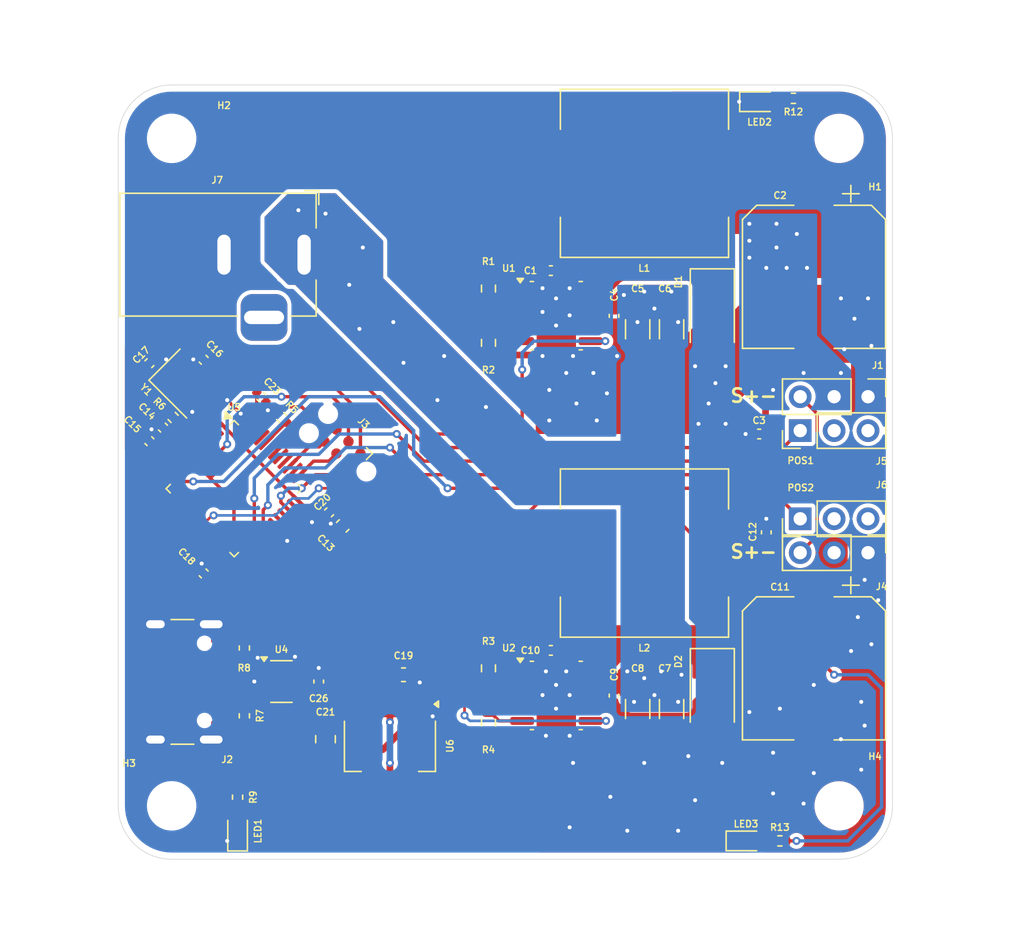
<source format=kicad_pcb>
(kicad_pcb (version 20240108) (generator "pcbnew") (generator_version "8.0")
  (layers (0 "F.Cu" signal) (31 "B.Cu" signal) (34 "B.Paste" user) (35 "F.Paste" user) (36 "B.SilkS" user "B.Silkscreen") (37 "F.SilkS" user "F.Silkscreen") (38 "B.Mask" user) (39 "F.Mask" user) (44 "Edge.Cuts" user))
  (net 0 "")
  (net 1 "GND")
  (net 2 "/PWR1")
  (net 3 "+12V")
  (net 4 "/PWR2")
  (net 5 "+3V3")
  (net 6 "/RST")
  (net 7 "/XTALI")
  (net 8 "/XTALR")
  (net 9 "VBUS")
  (net 10 "/VBLED")
  (net 11 "/Regulator2/LED")
  (net 12 "/PWM1")
  (net 13 "Net-(J2-CC2)")
  (net 15 "/USB_D+")
  (net 16 "Net-(J2-CC1)")
  (net 17 "/USB_D-")
  (net 19 "/SWO")
  (net 20 "/SWDIO")
  (net 21 "/SWCLK")
  (net 22 "/PWM2")
  (net 25 "/POS1")
  (net 27 "/POS2")
  (net 30 "/Regulator1/LED")
  (net 31 "/BOOT0")
  (net 32 "/XTALO")
  (net 33 "/EN1")
  (net 36 "/EN2")
  (net 65 "/Regulator1/BOOT")
  (net 66 "/Regulator1/PH")
  (net 67 "/Regulator2/BOOT")
  (net 68 "/Regulator2/PH")
  (net 69 "/Regulator1/VSNS")
  (net 70 "/Regulator2/VSNS")
  (footprint "MountingHole:MountingHole_3.2mm_M3" (layer "F.Cu") (at 60.101215 86.527449)
    (property "Reference" "H3")
    (property "Value" "MountingHole")
  )
  (footprint "Connector_PinHeader_2.54mm:PinHeader_1x03_P2.54mm_Vertical" (layer "F.Cu") (at 107.188 58.42 90)
    (property "Reference" "J5")
    (property "Value" "Conn_01x03_Pin")
  )
  (footprint "Capacitor_SMD:C_1206_3216Metric" (layer "F.Cu") (at 97.553215 50.827449 -90)
    (property "Reference" "C6")
    (property "Value" "10u")
  )
  (footprint "Capacitor_SMD:C_0402_1005Metric" (layer "F.Cu") (at 93.243664 49.821483 -90)
    (property "Reference" "C4")
    (property "Value" "10n")
  )
  (footprint "LED_SMD:LED_0603_1608Metric" (layer "F.Cu") (at 103.124 89.154)
    (property "Reference" "LED3")
    (property "Value" "LEDB")
  )
  (footprint "Capacitor_SMD:C_0603_1608Metric" (layer "F.Cu") (at 77.47 76.708)
    (property "Reference" "C19")
    (property "Value" "22u")
  )
  (footprint "Inductor_SMD:L_12x12mm_H4.5mm" (layer "F.Cu") (at 95.521215 67.591449)
    (property "Reference" "L2")
    (property "Value" "15u")
  )
  (footprint "Diode_SMD:D_SMA" (layer "F.Cu") (at 100.601215 78.259449 -90)
    (property "Reference" "D2")
    (property "Value" "SS54")
  )
  (footprint "Connector_PinHeader_2.54mm:PinHeader_1x03_P2.54mm_Vertical" (layer "F.Cu") (at 112.267999 55.88 -90)
    (property "Reference" "J1")
    (property "Value" "Conn_01x03_Pin")
  )
  (footprint "Capacitor_SMD:C_0402_1005Metric" (layer "F.Cu") (at 104.112 58.674 180)
    (property "Reference" "C3")
    (property "Value" "10n")
  )
  (footprint "Capacitor_SMD:C_0402_1005Metric" (layer "F.Cu") (at 62.501215 53.113449 -45)
    (property "Reference" "C16")
    (property "Value" "10p")
  )
  (footprint "Resistor_SMD:R_0402_1005Metric" (layer "F.Cu") (at 68.343214 57.43145 135)
    (property "Reference" "R5")
    (property "Value" "10k")
  )
  (footprint "Resistor_SMD:R_0603_1608Metric_Pad0.98x0.95mm_HandSolder" (layer "F.Cu") (at 83.837215 51.843449 -90)
    (property "Reference" "R2")
    (property "Value" "3k3")
  )
  (footprint "Resistor_SMD:R_0402_1005Metric" (layer "F.Cu") (at 105.664001 89.154 180)
    (property "Reference" "R13")
    (property "Value" "1k")
  )
  (footprint "Capacitor_SMD:C_0402_1005Metric" (layer "F.Cu") (at 62.501215 69.115449 135)
    (property "Reference" "C18")
    (property "Value" "100n")
  )
  (footprint "Capacitor_SMD:C_0402_1005Metric" (layer "F.Cu") (at 88.509016 46.434483 180)
    (property "Reference" "C1")
    (property "Value" "10n")
  )
  (footprint "Capacitor_SMD:C_0805_2012Metric" (layer "F.Cu") (at 71.628 81.534 -90)
    (property "Reference" "C21")
    (property "Value" "22u")
  )
  (footprint "Resistor_SMD:R_0402_1005Metric" (layer "F.Cu") (at 60.215214 57.43145 -45)
    (property "Reference" "R6")
    (property "Value" "330")
  )
  (footprint "LED_SMD:LED_0603_1608Metric" (layer "F.Cu") (at 65.041215 88.419449 90)
    (property "Reference" "LED1")
    (property "Value" "LEDG")
  )
  (footprint "Package_QFP:LQFP-48_7x7mm_P0.5mm" (layer "F.Cu") (at 64.787215 62.765449 -45)
    (property "Reference" "U5")
    (property "Value" "STM32F103C8Tx")
  )
  (footprint "Resistor_SMD:R_0603_1608Metric_Pad0.98x0.95mm_HandSolder" (layer "F.Cu") (at 83.837215 80.291449 -90)
    (property "Reference" "R4")
    (property "Value" "3k3")
  )
  (footprint "Capacitor_SMD:C_1206_3216Metric" (layer "F.Cu") (at 95.013215 79.275449 -90)
    (property "Reference" "C8")
    (property "Value" "10u")
  )
  (footprint "MountingHole:MountingHole_3.2mm_M3" (layer "F.Cu") (at 60.101215 36.527449)
    (property "Reference" "H2")
    (property "Value" "MountingHole")
  )
  (footprint "Capacitor_SMD:C_1206_3216Metric" (layer "F.Cu") (at 97.553215 79.275449 -90)
    (property "Reference" "C7")
    (property "Value" "10u")
  )
  (footprint "Resistor_SMD:R_0603_1608Metric_Pad0.98x0.95mm_HandSolder" (layer "F.Cu") (at 83.837215 47.779449 -90)
    (property "Reference" "R1")
    (property "Value" "10k")
  )
  (footprint "Capacitor_SMD:C_0402_1005Metric" (layer "F.Cu") (at 59.453215 58.193449 135)
    (property "Reference" "C14")
    (property "Value" "100n")
  )
  (footprint "Diode_SMD:D_SMA" (layer "F.Cu") (at 100.601215 49.811449 -90)
    (property "Reference" "D1")
    (property "Value" "SS54")
  )
  (footprint "Resistor_SMD:R_0402_1005Metric" (layer "F.Cu") (at 65.041215 85.879449 -90)
    (property "Reference" "R9")
    (property "Value" "1k")
  )
  (footprint "Resistor_SMD:R_0402_1005Metric" (layer "F.Cu") (at 106.68 33.528 180)
    (property "Reference" "R12")
    (property "Value" "1k")
  )
  (footprint "Package_TO_SOT_SMD:SOT-23-6" (layer "F.Cu") (at 68.326 77.216)
    (property "Reference" "U4")
    (property "Value" "SRV05-4")
  )
  (footprint "Capacitor_SMD:CP_Elec_10x10.5" (layer "F.Cu") (at 108.221215 46.899449 -90)
    (property "Reference" "C2")
    (property "Value" "330u")
  )
  (footprint "Package_SO:Texas_R-PDSO-G8_EP2.95x4.9mm_Mask2.4x3.1mm" (layer "F.Cu") (at 88.917215 49.811449)
    (property "Reference" "U1")
    (property "Value" "TPS5450DDAR")
  )
  (footprint "Capacitor_SMD:C_0402_1005Metric" (layer "F.Cu") (at 58.437215 59.209449 135)
    (property "Reference" "C15")
    (property "Value" "100n")
  )
  (footprint "Capacitor_SMD:C_0402_1005Metric" (layer "F.Cu") (at 93.243664 78.269483 -90)
    (property "Reference" "C9")
    (property "Value" "10n")
  )
  (footprint "Connector_BarrelJack:BarrelJack_Horizontal" (layer "F.Cu") (at 70.025215 45.239449)
    (property "Reference" "J7")
    (property "Value" "Barrel_Jack_Switch")
  )
  (footprint "Capacitor_SMD:CP_Elec_10x10.5" (layer "F.Cu") (at 108.221215 76.227449 -90)
    (property "Reference" "C11")
    (property "Value" "330u")
  )
  (footprint "LED_SMD:LED_0603_1608Metric" (layer "F.Cu") (at 104.14 33.782)
    (property "Reference" "LED2")
    (property "Value" "LEDB")
  )
  (footprint "Resistor_SMD:R_0402_1005Metric" (layer "F.Cu") (at 65.549215 79.783449 -90)
    (property "Reference" "R7")
    (property "Value" "5k1")
  )
  (footprint "Capacitor_SMD:C_0402_1005Metric" (layer "F.Cu") (at 66.819216 55.90745 -45)
    (property "Reference" "C23")
    (property "Value" "100n")
  )
  (footprint "Capacitor_SMD:C_0603_1608Metric" (layer "F.Cu") (at 72.915215 65.559449 -135)
    (property "Reference" "C13")
    (property "Value" "10u")
  )
  (footprint "Capacitor_SMD:C_1206_3216Metric" (layer "F.Cu") (at 95.013215 50.827449 -90)
    (property "Reference" "C5")
    (property "Value" "10u")
  )
  (footprint "Connector_USB:USB_C_Receptacle_GCT_USB4105-xx-A_16P_TopMnt_Horizontal" (layer "F.Cu") (at 59.961215 77.243449 -90)
    (property "Reference" "J2")
    (property "Value" "USB_C_Receptacle_USB2.0_16P")
  )
  (footprint "Connector_PinHeader_2.54mm:PinHeader_1x03_P2.54mm_Vertical" (layer "F.Cu") (at 112.267999 67.564 -90)
    (property "Reference" "J4")
    (property "Value" "Conn_01x03_Pin")
  )
  (footprint "Package_TO_SOT_SMD:SOT-223-3_TabPin2" (layer "F.Cu") (at 76.454 82.042 -90)
    (property "Reference" "U6")
    (property "Value" "AMS1117-3.3")
  )
  (footprint "MountingHole:MountingHole_3.2mm_M3" (layer "F.Cu") (at 110.101215 86.527449)
    (property "Reference" "H4")
    (property "Value" "MountingHole")
  )
  (footprint "Capacitor_SMD:C_0402_1005Metric" (layer "F.Cu") (at 71.899215 64.543448 -135)
    (property "Reference" "C20")
    (property "Value" "100n")
  )
  (footprint "Capacitor_SMD:C_0402_1005Metric" (layer "F.Cu") (at 88.509016 74.882483 180)
    (property "Reference" "C10")
    (property "Value" "10n")
  )
  (footprint "Crystal:Crystal_SMD_3225-4Pin_3.2x2.5mm" (layer "F.Cu") (at 60.977214 54.891449 -45)
    (property "Reference" "Y1")
    (property "Value" "16MHz")
  )
  (footprint "Capacitor_SMD:C_0402_1005Metric" (layer "F.Cu") (at 104.648 66.04 90)
    (property "Reference" "C12")
    (property "Value" "10n")
  )
  (footprint "Package_SO:Texas_R-PDSO-G8_EP2.95x4.9mm_Mask2.4x3.1mm" (layer "F.Cu") (at 88.917215 78.259449)
    (property "Reference" "U2")
    (property "Value" "TPS5450DDAR")
  )
  (footprint "MountingHole:MountingHole_3.2mm_M3" (layer "F.Cu") (at 110.101215 36.527449)
    (property "Reference" "H1")
    (property "Value" "MountingHole")
  )
  (footprint "Capacitor_SMD:C_0402_1005Metric" (layer "F.Cu") (at 71.12 77.216 90)
    (property "Reference" "C26")
    (property "Value" "1u")
  )
  (footprint "Connector_PinHeader_2.54mm:PinHeader_1x03_P2.54mm_Vertical" (layer "F.Cu") (at 107.188 65.024 90)
    (property "Reference" "J6")
    (property "Value" "Conn_01x03_Pin")
  )
  (footprint "Connector:Tag-Connect_TC2030-IDC-NL_2x03_P1.27mm_Vertical" (layer "F.Cu") (at 72.898 59.69 135)
    (property "Reference" "J3")
    (property "Value" "Conn_ARM_SWD_TagConnect_TC2030-NL")
  )
  (footprint "Resistor_SMD:R_0603_1608Metric_Pad0.98x0.95mm_HandSolder" (layer "F.Cu") (at 83.837215 76.227449 -90)
    (property "Reference" "R3")
    (property "Value" "10k")
  )
  (footprint "Capacitor_SMD:C_0402_1005Metric" (layer "F.Cu") (at 58.437214 53.36745 -135)
    (property "Reference" "C17")
    (property "Value" "10p")
  )
  (footprint "Resistor_SMD:R_0402_1005Metric" (layer "F.Cu") (at 65.549215 74.703449 90)
    (property "Reference" "R8")
    (property "Value" "5k1")
  )
  (footprint "Inductor_SMD:L_12x12mm_H4.5mm" (layer "F.Cu") (at 95.521215 39.143449)
    (property "Reference" "L1")
    (property "Value" "15u")
  )
  (gr_arc (start 56.101215 36.527449) (mid 57.272788 33.699022) (end 60.101215 32.527449) (stroke (width 0.05)) (layer "Edge.Cuts"))
  (gr_line (start 110.101215 90.527449) (end 60.101215 90.527449) (stroke (width 0.05)) (layer "Edge.Cuts"))
  (gr_line (start 114.101215 36.527449) (end 114.101215 86.527449) (stroke (width 0.05)) (layer "Edge.Cuts"))
  (gr_arc (start 110.101215 32.527449) (mid 112.929642 33.699022) (end 114.101215 36.527449) (stroke (width 0.05)) (layer "Edge.Cuts"))
  (gr_arc (start 114.101215 86.527449) (mid 112.929642 89.355876) (end 110.101215 90.527449) (stroke (width 0.05)) (layer "Edge.Cuts"))
  (gr_line (start 60.101215 32.527449) (end 110.101215 32.527449) (stroke (width 0.05)) (layer "Edge.Cuts"))
  (gr_line (start 56.101215 86.527449) (end 56.101215 36.527449) (stroke (width 0.05)) (layer "Edge.Cuts"))
  (gr_arc (start 60.101215 90.527449) (mid 57.272788 89.355876) (end 56.101215 86.527449) (stroke (width 0.05)) (layer "Edge.Cuts"))
  (gr_text "S+-" (at 101.854 56.388 0) (layer "F.SilkS") (effects (font (size 1 1) (thickness 0.2) (bold yes)) (justify left bottom)))
  (gr_text "POS1" (at 106.172 60.96 0) (layer "F.SilkS") (effects (font (size 0.5 0.5) (thickness 0.1)) (justify left bottom)))
  (gr_text "S+-" (at 101.854 68.072 0) (layer "F.SilkS") (effects (font (size 1 1) (thickness 0.2) (bold yes)) (justify left bottom)))
  (gr_text "POS2" (at 106.172 62.992 0) (layer "F.SilkS") (effects (font (size 0.5 0.5) (thickness 0.1)) (justify left bottom)))
  (segment (start 69.85 56.642) (end 68.411416 56.642) (width 0.254) (layer "F.Cu") (net 1))
  (segment (start 62.161804 68.776038) (end 62.161804 68.57284) (width 0.254) (layer "F.Cu") (net 1))
  (segment (start 81.065949 81.203949) (end 79.683924 79.821924) (width 0.5) (layer "F.Cu") (net 1))
  (segment (start 68.411416 56.642) (end 67.98259 57.070826) (width 0.254) (layer "F.Cu") (net 1))
  (segment (start 61.722 53.213842) (end 61.722 53.086) (width 0.254) (layer "F.Cu") (net 1))
  (segment (start 70.612 65.278) (end 71.164663 65.278) (width 0.254) (layer "F.Cu") (net 1))
  (segment (start 72.064244 65.387299) (end 72.020807 65.387299) (width 0.254) (layer "F.Cu") (net 1))
  (segment (start 70.481746 65.278) (end 69.321537 64.117791) (width 0.254) (layer "F.Cu") (net 1))
  (segment (start 67.158627 57.212057) (end 66.139557 58.231127) (width 0.254) (layer "F.Cu") (net 1))
  (segment (start 61.722 53.086) (end 61.849842 53.086) (width 0.254) (layer "F.Cu") (net 1))
  (segment (start 103.632 58.674) (end 103.096 58.674) (width 0.254) (layer "F.Cu") (net 1))
  (segment (start 60.800437 53.512591) (end 60.315885 53.028039) (width 0.254) (layer "F.Cu") (net 1))
  (segment (start 83.837215 81.203949) (end 81.065949 81.203949) (width 0.5) (layer "F.Cu") (net 1))
  (segment (start 70.612 65.408254) (end 70.612 65.278) (width 0.254) (layer "F.Cu") (net 1))
  (segment (start 67.158627 56.744627) (end 67.31 56.896) (width 0.254) (layer "F.Cu") (net 1))
  (segment (start 68.758897 66.726897) (end 69.088 67.056) (width 0.254) (layer "F.Cu") (net 1))
  (segment (start 69.2631 75.3591) (end 69.088 75.184) (width 0.254) (layer "F.Cu") (net 1))
  (segment (start 66.294 77.216) (end 67.1885 77.216) (width 0.254) (layer "F.Cu") (net 1))
  (segment (start 72.367207 66.107457) (end 72.367207 65.690262) (width 0.254) (layer "F.Cu") (net 1))
  (segment (start 65.399214 74.043449) (end 65.549215 74.19345) (width 0.5) (layer "F.Cu") (net 1))
  (segment (start 69.088 67.818) (end 67.564 69.342) (width 0.254) (layer "F.Cu") (net 1))
  (segment (start 70.612 65.408254) (end 70.612 65.408254) (width 0.254) (layer "F.Cu") (net 1))
  (segment (start 78.754 77.217) (end 78.245 76.708) (width 0.5) (layer "F.Cu") (net 1))
  (segment (start 61.153991 56.523284) (end 61.645744 57.015037) (width 0.254) (layer "F.Cu") (net 1))
  (segment (start 65.399214 80.443449) (end 65.549215 80.293448) (width 0.5) (layer "F.Cu") (net 1))
  (segment (start 83.837215 52.755949) (end 87.807949 52.755949) (width 0.5) (layer "F.Cu") (net 1))
  (segment (start 62.35067 68.377053) (end 62.357591 68.377053) (width 0.254) (layer "F.Cu") (net 1))
  (segment (start 67.564 75.184) (end 67.31 75.438) (width 0.254) (layer "F.Cu") (net 1))
  (segment (start 78.754 77.351206) (end 78.687723 77.284929) (width 0.5) (layer "F.Cu") (net 1))
  (segment (start 59.69 59.436) (end 60.397106 59.436) (width 0.254) (layer "F.Cu") (net 1))
  (segment (start 78.687723 77.284929) (end 78.754 77.218652) (width 0.5) (layer "F.Cu") (net 1))
  (segment (start 63.641215 80.443449) (end 65.399214 80.443449) (width 0.5) (layer "F.Cu") (net 1))
  (segment (start 88.138 81.28) (end 88.214051 81.203949) (width 0.5) (layer "F.Cu") (net 1))
  (segment (start 67.31 56.896) (end 67.158627 57.047373) (width 0.254) (layer "F.Cu") (net 1))
  (segment (start 61.153991 56.270307) (end 60.96 56.076316) (width 0.254) (layer "F.Cu") (net 1))
  (segment (start 104.648 65.56) (end 104.648 65.024) (width 0.254) (layer "F.Cu") (net 1))
  (segment (start 60.397106 59.436) (end 61.313553 60.352447) (width 0.254) (layer "F.Cu") (net 1))
  (segment (start 61.423251 53.512591) (end 61.722 53.213842) (width 0.254) (layer "F.Cu") (net 1))
  (segment (start 67.564 69.85) (end 67.564 75.184) (width 0.254) (layer "F.Cu") (net 1))
  (segment (start 72.020807 65.343862) (end 71.559804 64.882859) (width 0.254) (layer "F.Cu") (net 1))
  (segment (start 61.849842 53.086) (end 62.161804 52.774038) (width 0.254) (layer "F.Cu") (net 1))
  (segment (start 70.612 68.58) (end 70.612 65.408254) (width 0.254) (layer "F.Cu") (net 1))
  (segment (start 71.12 76.736) (end 71.12 76.2) (width 0.254) (layer "F.Cu") (net 1))
  (segment (start 71.550962 58.342962) (end 69.85 56.642) (width 0.254) (layer "F.Cu") (net 1))
  (segment (start 71.164663 65.278) (end 71.559804 64.882859) (width 0.254) (layer "F.Cu") (net 1))
  (segment (start 78.754 78.892) (end 78.754 77.351206) (width 0.5) (layer "F.Cu") (net 1))
  (segment (start 65.041215 89.20695) (end 64.31495 89.20695) (width 0.254) (layer "F.Cu") (net 1))
  (segment (start 61.153991 56.270307) (end 61.153991 56.523284) (width 0.254) (layer "F.Cu") (net 1))
  (segment (start 60.315885 53.028039) (end 59.747961 53.028039) (width 0.254) (layer "F.Cu") (net 1))
  (segment (start 58.610921 58.356921) (end 58.097804 58.870038) (width 0.254) (layer "F.Cu") (net 1))
  (segment (start 79.653506 79.791506) (end 78.754 78.892) (width 0.5) (layer "F.Cu") (net 1))
  (segment (start 63.641215 74.043449) (end 63.641215 73.498449) (width 0.5) (layer "F.Cu") (net 1))
  (segment (start 62.35067 68.383974) (end 62.35067 68.377053) (width 0.254) (layer "F.Cu") (net 1))
  (segment (start 72.367207 65.690262) (end 72.064244 65.387299) (width 0.254) (layer "F.Cu") (net 1))
  (segment (start 103.352499 33.782) (end 102.616 33.782) (width 0.254) (layer "F.Cu") (net 1))
  (segment (start 69.088 70.104) (end 70.612 68.58) (width 0.254) (layer "F.Cu") (net 1))
  (segment (start 58.610921 58.356921) (end 59.69 59.436) (width 0.254) (layer "F.Cu") (net 1))
  (segment (start 60.800437 53.512591) (end 61.423251 53.512591) (width 0.254) (layer "F.Cu") (net 1))
  (segment (start 67.158627 56.246861) (end 67.158627 56.744627) (width 0.254) (layer "F.Cu") (net 1))
  (segment (start 72.448987 58.342962) (end 71.550962 58.342962) (width 0.254) (layer "F.Cu") (net 1))
  (segment (start 88.214051 81.203949) (end 88.569949 81.203949) (width 0.5) (layer "F.Cu") (net 1))
  (segment (start 68.758897 66.678123) (end 68.758897 66.726897) (width 0.254) (layer "F.Cu") (net 1))
  (segment (start 63.641215 74.043449) (end 65.399214 74.043449) (width 0.5) (layer "F.Cu") (net 1))
  (segment (start 78.754 79.488) (end 78.754 78.892) (width 0.5) (layer "F.Cu") (net 1))
  (segment (start 64.262 56.134) (end 65.278 57.15) (width 0.254) (layer "F.Cu") (net 1))
  (segment (start 72.020807 65.387299) (end 72.020807 65.343862) (width 0.254) (layer "F.Cu") (net 1))
  (segment (start 75.933 82.309) (end 78.754 79.488) (width 0.5) (layer "F.Cu") (net 1))
  (segment (start 79.683924 79.821924) (end 79.653506 79.821924) (width 0.5) (layer "F.Cu") (net 1))
  (segment (start 59.113804 57.854038) (end 58.610921 58.356921) (width 0.254) (layer "F.Cu") (net 1))
  (segment (start 60.96 56.076316) (end 60.96 53.672154) (width 0.254) (layer "F.Cu") (net 1))
  (segment (start 63.641215 80.988449) (end 63.066215 81.563449) (width 0.5) (layer "F.Cu") (net 1))
  (segment (start 59.632039 53.028039) (end 58.776625 53.028039) (width 0.254) (layer "F.Cu") (net 1))
  (segment (start 67.31 75.438) (end 66.548 75.438) (width 0.254) (layer "F.Cu") (net 1))
  (segment (start 62.357591 68.377053) (end 63.434873 67.299771) (width 0.254) (layer "F.Cu") (net 1))
  (segment (start 64.31495 89.20695) (end 64.262 89.154) (width 0.254) (layer "F.Cu") (net 1))
  (segment (start 71.882 82.309) (end 75.933 82.309) (width 0.5) (layer "F.Cu") (net 1))
  (segment (start 59.69 53.086) (end 59.632039 53.028039) (width 0.254) (layer "F.Cu") (net 1))
  (segment (start 67.564 69.342) (end 67.564 69.85) (width 0.254) (layer "F.Cu") (net 1))
  (segment (start 67.158627 57.047373) (end 67.158627 57.212057) (width 0.254) (layer "F.Cu") (net 1))
  (segment (start 60.96 53.672154) (end 60.800437 53.512591) (width 0.254) (layer "F.Cu") (net 1))
  (segment (start 69.088 67.056) (end 69.088 67.818) (width 0.254) (layer "F.Cu") (net 1))
  (segment (start 59.747961 53.028039) (end 59.69 53.086) (width 0.254) (layer "F.Cu") (net 1))
  (segment (start 70.612 65.278) (end 70.481746 65.278) (width 0.254) (layer "F.Cu") (net 1))
  (segment (start 88.061949 81.203949) (end 88.138 81.28) (width 0.5) (layer "F.Cu") (net 1))
  (segment (start 67.484826 57.070826) (end 67.31 56.896) (width 0.254) (layer "F.Cu") (net 1))
  (segment (start 88.569949 81.203949) (end 88.646 81.28) (width 0.5) (layer "F.Cu") (net 1))
  (segment (start 87.807949 52.755949) (end 87.884 52.832) (width 0.5) (layer "F.Cu") (net 1))
  (segment (start 62.161804 68.57284) (end 62.35067 68.383974) (width 0.254) (layer "F.Cu") (net 1))
  (segment (start 83.837215 81.203949) (end 88.061949 81.203949) (width 0.5) (layer "F.Cu") (net 1))
  (segment (start 78.754 77.218652) (end 78.754 77.217) (width 0.5) (layer "F.Cu") (net 1))
  (segment (start 67.98259 57.070826) (end 67.484826 57.070826) (width 0.254) (layer "F.Cu") (net 1))
  (segment (start 63.641215 80.443449) (end 63.641215 80.988449) (width 0.5) (layer "F.Cu") (net 1))
  (segment (start 69.088 75.184) (end 69.088 70.104) (width 0.254) (layer "F.Cu") (net 1))
  (segment (start 63.641215 73.498449) (end 63.066215 72.923449) (width 0.5) (layer "F.Cu") (net 1))
  (segment (start 69.342 75.3591) (end 69.2631 75.3591) (width 0.254) (layer "F.Cu") (net 1))
  (segment (start 79.653506 79.821924) (end 79.653506 79.791506) (width 0.5) (layer "F.Cu") (net 1))
  (via (at 90.17 83.312) (size 0.6) (drill 0.3) (layers "F.Cu" "B.Cu") (net 1))
  (via (at 101.346 83.312) (size 0.6) (drill 0.3) (layers "F.Cu" "B.Cu") (net 1))
  (via (at 87.884 49.53) (size 0.6) (drill 0.3) (layers "F.Cu" "B.Cu") (net 1))
  (via (at 88.9 77.47) (size 0.6) (drill 0.3) (layers "F.Cu" "B.Cu") (net 1))
  (via (at 58.59378 58.323021) (size 0.6) (drill 0.3) (layers "F.Cu" "B.Cu") (net 1))
  (via (at 64.262 89.154) (size 0.6) (drill 0.3) (layers "F.Cu" "B.Cu") (net 1))
  (via (at 100.838 54.864) (size 0.6) (drill 0.3) (layers "F.Cu" "B.Cu") (net 1))
  (via (at 90.424 56.388) (size 0.6) (drill 0.3) (layers "F.Cu" "B.Cu") (net 1))
  (via (at 105.156 85.598) (size 0.6) (drill 0.3) (layers "F.Cu" "B.Cu") (net 1))
  (via (at 111.506 72.39) (size 0.6) (drill 0.3) (layers "F.Cu" "B.Cu") (net 1))
  (via (at 103.378 79.502) (size 0.6) (drill 0.3) (layers "F.Cu" "B.Cu") (net 1))
  (via (at 103.096 58.674) (size 0.6) (drill 0.3) (layers "F.Cu" "B.Cu") (net 1))
  (via (at 91.948 57.658) (size 0.6) (drill 0.3) (layers "F.Cu" "B.Cu") (net 1))
  (via (at 111.76 83.82) (size 0.6) (drill 0.3) (layers "F.Cu" "B.Cu") (net 1))
  (via (at 102.616 33.782) (size 0.6) (drill 0.3) (layers "F.Cu" "B.Cu") (net 1))
  (via (at 112.522 52.07) (size 0.6) (drill 0.3) (layers "F.Cu" "B.Cu") (net 1))
  (via (at 69.342 75.3591) (size 0.6) (drill 0.3) (layers "F.Cu" "B.Cu") (net 1))
  (via (at 68.758897 66.678123) (size 0.6) (drill 0.3) (layers "F.Cu" "B.Cu") (net 1))
  (via (at 89.916 49.784) (size 0.6) (drill 0.3) (layers "F.Cu" "B.Cu") (net 1))
  (via (at 110.236 81.534) (size 0.6) (drill 0.3) (layers "F.Cu" "B.Cu") (net 1))
  (via (at 108.204 84.074) (size 0.6) (drill 0.3) (layers "F.Cu" "B.Cu") (net 1))
  (via (at 88.392 55.372) (size 0.6) (drill 0.3) (layers "F.Cu" "B.Cu") (net 1))
  (via (at 105.156 82.55) (size 0.6) (drill 0.3) (layers "F.Cu" "B.Cu") (net 1))
  (via (at 89.916 47.752) (size 0.6) (drill 0.3) (layers "F.Cu" "B.Cu") (net 1))
  (via (at 61.645744 57.015037) (size 0.6) (drill 0.3) (layers "F.Cu" "B.Cu") (net 1))
  (via (at 111.76 78.74) (size 0.6) (drill 0.3) (layers "F.Cu" "B.Cu") (net 1))
  (via (at 89.916 78.232) (size 0.6) (drill 0.3) (layers "F.Cu" "B.Cu") (net 1))
  (via (at 88.138 81.28) (size 0.6) (drill 0.3) (layers "F.Cu" "B.Cu") (net 1))
  (via (at 65.278 57.15) (size 0.6) (drill 0.3) (layers "F.Cu" "B.Cu") (net 1))
  (via (at 87.884 52.832) (size 0.6) (drill 0.3) (layers "F.Cu" "B.Cu") (net 1))
  (via (at 79.653506 79.821924) (size 0.6) (drill 0.3) (layers "F.Cu" "B.Cu") (net 1))
  (via (at 100.33 56.388) (size 0.6) (drill 0.3) (layers "F.Cu" "B.Cu") (net 1))
  (via (at 64.262 56.134) (size 0.6) (drill 0.3) (layers "F.Cu" "B.Cu") (net 1))
  (via (at 113.03 71.12) (size 0.6) (drill 0.3) (layers "F.Cu" "B.Cu") (net 1))
  (via (at 99.314 53.594) (size 0.6) (drill 0.3) (layers "F.Cu" "B.Cu") (net 1))
  (via (at 70.612 65.278) (size 0.6) (drill 0.3) (layers "F.Cu" "B.Cu") (net 1))
  (via (at 89.662 76.454) (size 0.6) (drill 0.3) (layers "F.Cu" "B.Cu") (net 1))
  (via (at 112.014 80.518) (size 0.6) (drill 0.3) (layers "F.Cu" "B.Cu") (net 1))
  (via (at 110.998 74.93) (size 0.6) (drill 0.3) (layers "F.Cu" "B.Cu") (net 1))
  (via (at 87.884 78.232) (size 0.6) (drill 0.3) (layers "F.Cu" "B.Cu") (net 1))
  (via (at 88.392 57.658) (size 0.6) (drill 0.3) (layers "F.Cu" "B.Cu") (net 1))
  (via (at 67.31 56.896) (size 0.6) (drill 0.3) (layers "F.Cu" "B.Cu") (net 1))
  (via (at 107.442 86.36) (size 0.6) (drill 0.3) (layers "F.Cu" "B.Cu") (net 1))
  (via (at 88.138 76.454) (size 0.6) (drill 0.3) (layers "F.Cu" "B.Cu") (net 1))
  (via (at 71.12 76.2) (size 0.6) (drill 0.3) (layers "F.Cu" "B.Cu") (net 1))
  (via (at 95.504 83.312) (size 0.6) (drill 0.3) (layers "F.Cu" "B.Cu") (net 1))
  (via (at 99.314 86.106) (size 0.6) (drill 0.3) (layers "F.Cu" "B.Cu") (net 1))
  (via (at 112.268 48.514) (size 0.6) (drill 0.3) (layers "F.Cu" "B.Cu") (net 1))
  (via (at 61.722 53.086) (size 0.6) (drill 0.3) (layers "F.Cu" "B.Cu") (net 1))
  (via (at 92.964 85.852) (size 0.6) (drill 0.3) (layers "F.Cu" "B.Cu") (net 1))
  (via (at 89.916 88.138) (size 0.6) (drill 0.3) (layers "F.Cu" "B.Cu") (net 1))
  (via (at 90.17 52.832) (size 0.6) (drill 0.3) (layers "F.Cu" "B.Cu") (net 1))
  (via (at 98.806 82.804) (size 0.6) (drill 0.3) (layers "F.Cu" "B.Cu") (net 1))
  (via (at 94.234 88.392) (size 0.6) (drill 0.3) (layers "F.Cu" "B.Cu") (net 1))
  (via (at 62.35067 68.377053) (size 0.6) (drill 0.3) (layers "F.Cu" "B.Cu") (net 1))
  (via (at 101.6 53.594) (size 0.6) (drill 0.3) (layers "F.Cu" "B.Cu") (net 1))
  (via (at 89.916 81.28) (size 0.6) (drill 0.3) (layers "F.Cu" "B.Cu") (net 1))
  (via (at 88.9 79.248) (size 0.6) (drill 0.3) (layers "F.Cu" "B.Cu") (net 1))
  (via (at 66.548 75.438) (size 0.6) (drill 0.3) (layers "F.Cu" "B.Cu") (net 1))
  (via (at 89.662 54.102) (size 0.6) (drill 0.3) (layers "F.Cu" "B.Cu") (net 1))
  (via (at 112.522 74.422) (size 0.6) (drill 0.3) (layers "F.Cu" "B.Cu") (net 1))
  (via (at 88.9 48.514) (size 0.6) (drill 0.3) (layers "F.Cu" "B.Cu") (net 1))
  (via (at 104.648 65.024) (size 0.6) (drill 0.3) (layers "F.Cu" "B.Cu") (net 1))
  (via (at 110.49 52.324) (size 0.6) (drill 0.3) (layers "F.Cu" "B.Cu") (net 1))
  (via (at 91.694 54.102) (size 0.6) (drill 0.3) (layers "F.Cu" "B.Cu") (net 1))
  (via (at 92.71 55.626) (size 0.6) (drill 0.3) (layers "F.Cu" "B.Cu") (net 1))
  (via (at 105.664 79.248) (size 0.6) (drill 0.3) (layers "F.Cu" "B.Cu") (net 1))
  (via (at 98.044 88.392) (size 0.6) (drill 0.3) (layers "F.Cu" "B.Cu") (net 1))
  (via (at 112.014 69.596) (size 0.6) (drill 0.3) (layers "F.Cu" "B.Cu") (net 1))
  (via (at 111.252 50.038) (size 0.6) (drill 0.3) (layers "F.Cu" "B.Cu") (net 1))
  (via (at 59.69 53.086) (size 0.6) (drill 0.3) (layers "F.Cu" "B.Cu") (net 1))
  (via (at 72.020807 65.387299) (size 0.6) (drill 0.3) (layers "F.Cu" "B.Cu") (net 1))
  (via (at 99.568 57.912) (size 0.6) (drill 0.3) (layers "F.Cu" "B.Cu") (net 1))
  (via (at 108.204 77.47) (size 0.6) (drill 0.3) (layers "F.Cu" "B.Cu") (net 1))
  (via (at 87.884 47.752) (size 0.6) (drill 0.3) (layers "F.Cu" "B.Cu") (net 1))
  (via (at 110.236 48.514) (size 0.6) (drill 0.3) (layers "F.Cu" "B.Cu") (net 1))
  (via (at 88.9 50.546) (size 0.6) (drill 0.3) (layers "F.Cu" "B.Cu") (net 1))
  (via (at 66.294 77.216) (size 0.6) (drill 0.3) (layers "F.Cu" "B.Cu") (net 1))
  (via (at 101.6 57.912) (size 0.6) (drill 0.3) (layers "F.Cu" "B.Cu") (net 1))
  (via (at 93.472 52.832) (size 0.6) (drill 0.3) (layers "F.Cu" "B.Cu") (net 1))
  (via (at 78.687723 77.284929) (size 0.6) (drill 0.3) (layers "F.Cu" "B.Cu") (net 1))
  (segment (start 96.633766 35.306) (end 100.471215 39.143449) (width 0.254) (layer "F.Cu") (net 2))
  (segment (start 104.592 58.674) (end 104.592 58.476) (width 0.254) (layer "F.Cu") (net 2))
  (segment (start 105.156 55.372) (end 106.426 54.102) (width 0.5) (layer "F.Cu") (net 2))
  (segment (start 106.426 54.102) (end 107.442 54.102) (width 0.5) (layer "F.Cu") (net 2))
  (segment (start 104.592 58.674) (end 104.592 55.936) (width 0.5) (layer "F.Cu") (net 2))
  (segment (start 104.592 55.936) (end 105.156 55.372) (width 0.5) (layer "F.Cu") (net 2))
  (segment (start 87.884 35.306) (end 96.633766 35.306) (width 0.254) (layer "F.Cu") (net 2))
  (segment (start 109.474 54.102) (end 110.236 54.102) (width 0.5) (layer "F.Cu") (net 2))
  (segment (start 83.837215 46.866949) (end 83.837215 39.352785) (width 0.254) (layer "F.Cu") (net 2))
  (segment (start 83.837215 39.352785) (end 87.884 35.306) (width 0.254) (layer "F.Cu") (net 2))
  (segment (start 109.727999 54.355999) (end 109.474 54.102) (width 0.5) (layer "F.Cu") (net 2))
  (segment (start 107.442 54.102) (end 109.474 54.102) (width 0.5) (layer "F.Cu") (net 2))
  (segment (start 109.727999 55.88) (end 109.727999 54.355999) (width 0.5) (layer "F.Cu") (net 2))
  (via (at 107.696 46.228) (size 0.6) (drill 0.3) (layers "F.Cu" "B.Cu") (net 2))
  (via (at 103.378 42.926) (size 0.6) (drill 0.3) (layers "F.Cu" "B.Cu") (net 2))
  (via (at 105.41 44.704) (size 0.6) (drill 0.3) (layers "F.Cu" "B.Cu") (net 2))
  (via (at 103.378 45.466) (size 0.6) (drill 0.3) (layers "F.Cu" "B.Cu") (net 2))
  (via (at 105.41 42.926) (size 0.6) (drill 0.3) (layers "F.Cu" "B.Cu") (net 2))
  (via (at 104.648 46.228) (size 0.6) (drill 0.3) (layers "F.Cu" "B.Cu") (net 2))
  (via (at 110.236 54.102) (size 0.6) (drill 0.3) (layers "F.Cu" "B.Cu") (net 2))
  (via (at 106.172 46.228) (size 0.6) (drill 0.3) (layers "F.Cu" "B.Cu") (net 2))
  (via (at 105.156 55.372) (size 0.6) (drill 0.3) (layers "F.Cu" "B.Cu") (net 2))
  (via (at 107.442 54.102) (size 0.6) (drill 0.3) (layers "F.Cu" "B.Cu") (net 2))
  (via (at 106.934 43.688) (size 0.6) (drill 0.3) (layers "F.Cu" "B.Cu") (net 2))
  (via (at 103.378 44.196) (size 0.6) (drill 0.3) (layers "F.Cu" "B.Cu") (net 2))
  (via (at 74.422 44.704) (size 0.6) (drill 0.3) (layers "F.Cu" "B.Cu") (net 3))
  (via (at 77.47 53.34) (size 0.6) (drill 0.3) (layers "F.Cu" "B.Cu") (net 3))
  (via (at 96.266 78.232) (size 0.6) (drill 0.3) (layers "F.Cu" "B.Cu") (net 3))
  (via (at 96.774 76.454) (size 0.6) (drill 0.3) (layers "F.Cu" "B.Cu") (net 3))
  (via (at 80.518 52.832) (size 0.6) (drill 0.3) (layers "F.Cu" "B.Cu") (net 3))
  (via (at 96.266 49.276) (size 0.6) (drill 0.3) (layers "F.Cu" "B.Cu") (net 3))
  (via (at 94.996 50.292) (size 0.6) (drill 0.3) (layers "F.Cu" "B.Cu") (net 3))
  (via (at 69.596 41.91) (size 0.6) (drill 0.3) (layers "F.Cu" "B.Cu") (net 3))
  (via (at 98.298 76.708) (size 0.6) (drill 0.3) (layers "F.Cu" "B.Cu") (net 3))
  (via (at 71.628 42.164) (size 0.6) (drill 0.3) (layers "F.Cu" "B.Cu") (net 3))
  (via (at 98.044 78.74) (size 0.6) (drill 0.3) (layers "F.Cu" "B.Cu") (net 3))
  (via (at 73.406 47.498) (size 0.6) (drill 0.3) (layers "F.Cu" "B.Cu") (net 3))
  (via (at 83.645645 56.653388) (size 0.6) (drill 0.3) (layers "F.Cu" "B.Cu") (net 3))
  (via (at 95.504 48.006) (size 0.6) (drill 0.3) (layers "F.Cu" "B.Cu") (net 3))
  (via (at 76.708 50.292) (size 0.6) (drill 0.3) (layers "F.Cu" "B.Cu") (net 3))
  (via (at 74.168 50.8) (size 0.6) (drill 0.3) (layers "F.Cu" "B.Cu") (net 3))
  (via (at 94.234 76.454) (size 0.6) (drill 0.3) (layers "F.Cu" "B.Cu") (net 3))
  (via (at 97.536 48.006) (size 0.6) (drill 0.3) (layers "F.Cu" "B.Cu") (net 3))
  (via (at 80.01 56.134) (size 0.6) (drill 0.3) (layers "F.Cu" "B.Cu") (net 3))
  (via (at 93.98 48.26) (size 0.6) (drill 0.3) (layers "F.Cu" "B.Cu") (net 3))
  (via (at 98.044 50.292) (size 0.6) (drill 0.3) (layers "F.Cu" "B.Cu") (net 3))
  (via (at 94.742 78.74) (size 0.6) (drill 0.3) (layers "F.Cu" "B.Cu") (net 3))
  (via (at 95.504 76.962) (size 0.6) (drill 0.3) (layers "F.Cu" "B.Cu") (net 3))
  (segment (start 109.728 76.708) (end 108.221215 75.201215) (width 0.254) (layer "F.Cu") (net 4))
  (segment (start 96.633766 63.754) (end 100.471215 67.591449) (width 0.254) (layer "F.Cu") (net 4))
  (segment (start 87.63 63.754) (end 96.633766 63.754) (width 0.254) (layer "F.Cu") (net 4))
  (segment (start 106.174 89.154) (end 106.908499 89.154) (width 0.254) (layer "F.Cu") (net 4))
  (segment (start 83.837215 75.314949) (end 83.837215 67.546785) (width 0.254) (layer "F.Cu") (net 4))
  (segment (start 83.837215 67.546785) (end 87.63 63.754) (width 0.254) (layer "F.Cu") (net 4))
  (segment (start 108.221215 75.201215) (end 108.221215 72.027449) (width 0.254) (layer "F.Cu") (net 4))
  (via (at 109.728 76.708) (size 0.6) (drill 0.3) (layers "F.Cu" "B.Cu") (net 4))
  (via (at 106.908499 89.154) (size 0.6) (drill 0.3) (layers "F.Cu" "B.Cu") (net 4))
  (segment (start 110.744 89.154) (end 106.908499 89.154) (width 0.254) (layer "B.Cu") (net 4))
  (segment (start 113.284 77.724) (end 113.284 86.614) (width 0.254) (layer "B.Cu") (net 4))
  (segment (start 113.284 86.614) (end 110.744 89.154) (width 0.254) (layer "B.Cu") (net 4))
  (segment (start 112.268 76.708) (end 113.284 77.724) (width 0.254) (layer "B.Cu") (net 4))
  (segment (start 109.728 76.708) (end 112.268 76.708) (width 0.254) (layer "B.Cu") (net 4))
  (segment (start 76.454 85.191999) (end 76.454 83.312) (width 0.5) (layer "F.Cu") (net 5))
  (segment (start 76.695 68.243218) (end 73.463223 65.011441) (width 0.5) (layer "F.Cu") (net 5))
  (segment (start 69.675091 63.764237) (end 65.439427 59.528573) (width 0.254) (layer "F.Cu") (net 5))
  (segment (start 64.77 63.754) (end 62.992 61.976) (width 0.254) (layer "F.Cu") (net 5))
  (segment (start 74.245038 60.139013) (end 74.245038 57.08463) (width 0.254) (layer "F.Cu") (net 5))
  (segment (start 63.788427 67.653325) (end 64.77 66.671752) (width 0.254) (layer "F.Cu") (net 5))
  (segment (start 76.454 76.949) (end 76.695 76.708) (width 0.5) (layer "F.Cu") (net 5))
  (segment (start 76.695 76.708) (end 76.695 68.243218) (width 0.5) (layer "F.Cu") (net 5))
  (segment (start 62.992 61.976) (end 65.439427 59.528573) (width 0.254) (layer "F.Cu") (net 5))
  (segment (start 58.776626 59.54886) (end 59.171766 59.944) (width 0.254) (layer "F.Cu") (net 5))
  (segment (start 65.439427 59.528573) (end 64.804427 58.893573) (width 0.254) (layer "F.Cu") (net 5))
  (segment (start 69.675091 63.764237) (end 70.172854 64.262) (width 0.254) (layer "F.Cu") (net 5))
  (segment (start 66.479805 57.183771) (end 66.479805 55.568039) (width 0.254) (layer "F.Cu") (net 5))
  (segment (start 59.171766 59.944) (end 60.198 59.944) (width 0.254) (layer "F.Cu") (net 5))
  (segment (start 64.804427 58.893573) (end 63.788427 57.877573) (width 0.254) (layer "F.Cu") (net 5))
  (segment (start 72.238626 64.204037) (end 72.655819 64.204037) (width 0.254) (layer "F.Cu") (net 5))
  (segment (start 70.612 64.262) (end 71.12 63.754) (width 0.254) (layer "F.Cu") (net 5))
  (segment (start 66.929844 55.118) (end 66.479805 55.568039) (width 0.254) (layer "F.Cu") (net 5))
  (segment (start 60.198 59.944) (end 60.96 60.706) (width 0.254) (layer "F.Cu") (net 5))
  (segment (start 72.655819 64.204037) (end 73.463223 65.011441) (width 0.254) (layer "F.Cu") (net 5))
  (segment (start 76.454 78.892001) (end 76.454 80.264) (width 0.5) (layer "F.Cu") (net 5))
  (segment (start 72.278408 55.118) (end 66.929844 55.118) (width 0.254) (layer "F.Cu") (net 5))
  (segment (start 61.722 61.468) (end 60.96 60.706) (width 0.254) (layer "F.Cu") (net 5))
  (segment (start 62.840626 69.45486) (end 63.246 69.049486) (width 0.254) (layer "F.Cu") (net 5))
  (segment (start 76.454 78.892001) (end 76.454 76.949) (width 0.5) (layer "F.Cu") (net 5))
  (segment (start 71.12 63.754) (end 71.788589 63.754) (width 0.254) (layer "F.Cu") (net 5))
  (segment (start 62.484 61.468) (end 61.722 61.468) (width 0.254) (layer "F.Cu") (net 5))
  (segment (start 65.786003 57.911997) (end 64.804427 58.893573) (width 0.254) (layer "F.Cu") (net 5))
  (segment (start 63.246 69.049486) (end 63.246 68.195752) (width 0.254) (layer "F.Cu") (net 5))
  (segment (start 63.246 68.195752) (end 63.788427 67.653325) (width 0.254) (layer "F.Cu") (net 5))
  (segment (start 62.992 61.976) (end 62.484 61.468) (width 0.254) (layer "F.Cu") (net 5))
  (segment (start 71.788589 63.754) (end 72.238626 64.204037) (width 0.254) (layer "F.Cu") (net 5))
  (segment (start 64.77 66.671752) (end 64.77 63.754) (width 0.254) (layer "F.Cu") (net 5))
  (segment (start 65.786003 57.877573) (end 66.479805 57.183771) (width 0.254) (layer "F.Cu") (net 5))
  (segment (start 74.245038 57.08463) (end 72.278408 55.118) (width 0.254) (layer "F.Cu") (net 5))
  (segment (start 70.172854 64.262) (end 70.612 64.262) (width 0.254) (layer "F.Cu") (net 5))
  (segment (start 65.786003 57.877573) (end 65.786003 57.911997) (width 0.254) (layer "F.Cu") (net 5))
  (via (at 76.454 83.312) (size 0.6) (drill 0.3) (layers "F.Cu" "B.Cu") (net 5))
  (via (at 76.454 80.264) (size 0.6) (drill 0.3) (layers "F.Cu" "B.Cu") (net 5))
  (segment (start 76.454 83.312) (end 76.454 80.264) (width 0.5) (layer "B.Cu") (net 5))
  (segment (start 63.200699 60.497301) (end 64.262 59.436) (width 0.254) (layer "F.Cu") (net 6))
  (segment (start 61.667106 59.998894) (end 62.165513 60.497301) (width 0.254) (layer "F.Cu") (net 6))
  (segment (start 60.201072 58.53286) (end 61.667106 59.998894) (width 0.254) (layer "F.Cu") (net 6))
  (segment (start 62.165513 60.497301) (end 63.200699 60.497301) (width 0.254) (layer "F.Cu") (net 6))
  (segment (start 72.136 55.88) (end 68.326 55.88) (width 0.254) (layer "F.Cu") (net 6))
  (segment (start 73.347013 57.091013) (end 72.39 56.134) (width 0.254) (layer "F.Cu") (net 6))
  (segment (start 59.792626 58.53286) (end 60.201072 58.53286) (width 0.254) (layer "F.Cu") (net 6))
  (segment (start 72.39 56.134) (end 72.136 55.88) (width 0.254) (layer "F.Cu") (net 6))
  (segment (start 73.347013 59.240987) (end 73.347013 57.091013) (width 0.254) (layer "F.Cu") (net 6))
  (via (at 68.326 55.88) (size 0.6) (drill 0.3) (layers "F.Cu" "B.Cu") (net 6))
  (via (at 64.262 59.436) (size 0.6) (drill 0.3) (layers "F.Cu" "B.Cu") (net 6))
  (segment (start 65.532 55.88) (end 68.326 55.88) (width 0.254) (layer "B.Cu") (net 6))
  (segment (start 64.262 57.15) (end 65.532 55.88) (width 0.254) (layer "B.Cu") (net 6))
  (segment (start 64.262 59.436) (end 64.262 57.15) (width 0.254) (layer "B.Cu") (net 6))
  (segment (start 62.356072 53.937414) (end 62.840626 53.45286) (width 0.254) (layer "F.Cu") (net 7))
  (segment (start 62.374213 59.291787) (end 61.722 58.639574) (width 0.254) (layer "F.Cu") (net 7))
  (segment (start 62.738 57.15) (end 62.738 55.450154) (width 0.254) (layer "F.Cu") (net 7))
  (segment (start 61.722 58.639574) (end 61.722 58.166) (width 0.254) (layer "F.Cu") (net 7))
  (segment (start 61.722 58.166) (end 62.738 57.15) (width 0.254) (layer "F.Cu") (net 7))
  (segment (start 62.356072 55.068226) (end 62.356072 53.937414) (width 0.254) (layer "F.Cu") (net 7))
  (segment (start 62.738 55.450154) (end 62.356072 55.068226) (width 0.254) (layer "F.Cu") (net 7))
  (segment (start 59.598356 56.814592) (end 59.85459 57.070826) (width 0.254) (layer "F.Cu") (net 8))
  (segment (start 58.590545 53.706861) (end 59.598356 54.714672) (width 0.254) (layer "F.Cu") (net 8))
  (segment (start 59.598356 54.714672) (end 59.598356 56.814592) (width 0.254) (layer "F.Cu") (net 8))
  (segment (start 58.097803 53.706861) (end 58.590545 53.706861) (width 0.254) (layer "F.Cu") (net 8))
  (segment (start 70.104 79.248) (end 71.12 78.232) (width 0.254) (layer "F.Cu") (net 9))
  (segment (start 61.468 79.566456) (end 61.468 82.296) (width 0.254) (layer "F.Cu") (net 9))
  (segment (start 62.23 78.804456) (end 62.23 75.650154) (width 0.254) (layer "F.Cu") (net 9))
  (segment (start 61.976 82.804) (end 64.77 82.804) (width 0.254) (layer "F.Cu") (net 9))
  (segment (start 71.092 77.724) (end 70.612 77.724) (width 0.254) (layer "F.Cu") (net 9))
  (segment (start 64.77 82.804) (end 65.041215 83.075215) (width 0.254) (layer "F.Cu") (net 9))
  (segment (start 64.77 82.804) (end 68.326 79.248) (width 0.254) (layer "F.Cu") (net 9))
  (segment (start 62.23 75.650154) (end 62.824705 75.055449) (width 0.254) (layer "F.Cu") (net 9))
  (segment (start 71.12 77.696) (end 71.092 77.724) (width 0.254) (layer "F.Cu") (net 9))
  (segment (start 63.641215 79.643449) (end 63.068993 79.643449) (width 0.254) (layer "F.Cu") (net 9))
  (segment (start 70.612 77.724) (end 70.104 77.216) (width 0.254) (layer "F.Cu") (net 9))
  (segment (start 68.326 79.248) (end 70.104 79.248) (width 0.254) (layer "F.Cu") (net 9))
  (segment (start 62.824705 75.055449) (end 62.856993 75.055449) (width 0.254) (layer "F.Cu") (net 9))
  (segment (start 70.104 77.216) (end 69.4635 77.216) (width 0.254) (layer "F.Cu") (net 9))
  (segment (start 71.882 80.759) (end 72.287 80.759) (width 0.5) (layer "F.Cu") (net 9))
  (segment (start 72.287 80.759) (end 74.154 78.892) (width 0.5) (layer "F.Cu") (net 9))
  (segment (start 63.068993 74.843449) (end 63.641215 74.843449) (width 0.254) (layer "F.Cu") (net 9))
  (segment (start 61.468 82.296) (end 61.976 82.804) (width 0.254) (layer "F.Cu") (net 9))
  (segment (start 62.856993 75.055449) (end 63.068993 74.843449) (width 0.254) (layer "F.Cu") (net 9))
  (segment (start 65.041215 83.075215) (end 65.041215 85.36945) (width 0.254) (layer "F.Cu") (net 9))
  (segment (start 62.23 78.804456) (end 61.468 79.566456) (width 0.254) (layer "F.Cu") (net 9))
  (segment (start 70.104 79.248) (end 71.615 80.759) (width 0.254) (layer "F.Cu") (net 9))
  (segment (start 71.12 78.232) (end 71.12 77.696) (width 0.254) (layer "F.Cu") (net 9))
  (segment (start 63.068993 79.643449) (end 62.23 78.804456) (width 0.254) (layer "F.Cu") (net 9))
  (segment (start 71.615 80.759) (end 71.882 80.759) (width 0.254) (layer "F.Cu") (net 9))
  (segment (start 65.041215 86.389448) (end 65.041215 87.631948) (width 0.254) (layer "F.Cu") (net 10))
  (segment (start 103.911501 89.154) (end 105.154002 89.154) (width 0.254) (layer "F.Cu") (net 11))
  (segment (start 76.962 58.674) (end 78.994 60.706) (width 0.254) (layer "F.Cu") (net 12))
  (segment (start 108.457999 57.149999) (end 107.188 55.88) (width 0.254) (layer "F.Cu") (net 12))
  (segment (start 66.294 63.5) (end 66.294 65.332894) (width 0.254) (layer "F.Cu") (net 12))
  (segment (start 108.458 59.436) (end 108.458 57.149999) (width 0.254) (layer "F.Cu") (net 12))
  (segment (start 78.994 60.706) (end 107.188 60.706) (width 0.254) (layer "F.Cu") (net 12))
  (segment (start 107.188 60.706) (end 108.458 59.436) (width 0.254) (layer "F.Cu") (net 12))
  (segment (start 108.458 57.149999) (end 108.457999 57.149999) (width 0.254) (layer "F.Cu") (net 12))
  (segment (start 66.294 65.332894) (end 67.200217 66.239111) (width 0.254) (layer "F.Cu") (net 12))
  (via (at 66.294 63.5) (size 0.6) (drill 0.3) (layers "F.Cu" "B.Cu") (net 12))
  (via (at 76.962 58.674) (size 0.6) (drill 0.3) (layers "F.Cu" "B.Cu") (net 12))
  (segment (start 68.072 60.198) (end 71.12 60.198) (width 0.254) (layer "B.Cu") (net 12))
  (segment (start 66.294 61.976) (end 68.072 60.198) (width 0.254) (layer "B.Cu") (net 12))
  (segment (start 72.644 58.674) (end 76.962 58.674) (width 0.254) (layer "B.Cu") (net 12))
  (segment (start 66.294 63.5) (end 66.294 61.976) (width 0.254) (layer "B.Cu") (net 12))
  (segment (start 71.12 60.198) (end 72.644 58.674) (width 0.254) (layer "B.Cu") (net 12))
  (segment (start 63.641215 78.993449) (end 65.269214 78.993449) (width 0.254) (layer "F.Cu") (net 13))
  (segment (start 65.269214 78.993449) (end 65.549215 79.27345) (width 0.254) (layer "F.Cu") (net 13))
  (segment (start 68.58 69.85) (end 70.104 68.326) (width 0.254) (layer "F.Cu") (net 15))
  (segment (start 63.641215 77.993449) (end 63.007449 77.993449) (width 0.254) (layer "F.Cu") (net 15))
  (segment (start 63.641215 77.993449) (end 67.01595 77.993449) (width 0.254) (layer "F.Cu") (net 15))
  (segment (start 62.738 77.724) (end 62.738 77.216) (width 0.254) (layer "F.Cu") (net 15))
  (segment (start 70.104 66.314468) (end 68.61443 64.824898) (width 0.254) (layer "F.Cu") (net 15))
  (segment (start 67.1885 78.165999) (end 67.630001 78.165999) (width 0.254) (layer "F.Cu") (net 15))
  (segment (start 68.58 75.658635) (end 68.58 69.85) (width 0.254) (layer "F.Cu") (net 15))
  (segment (start 62.738 77.216) (end 62.960551 76.993449) (width 0.254) (layer "F.Cu") (net 15))
  (segment (start 63.007449 77.993449) (end 62.738 77.724) (width 0.254) (layer "F.Cu") (net 15))
  (segment (start 67.01595 77.993449) (end 67.1885 78.165999) (width 0.254) (layer "F.Cu") (net 15))
  (segment (start 68.212075 76.02656) (end 68.58 75.658635) (width 0.254) (layer "F.Cu") (net 15))
  (segment (start 67.630001 78.165999) (end 68.212075 77.583925) (width 0.254) (layer "F.Cu") (net 15))
  (segment (start 70.104 68.326) (end 70.104 66.314468) (width 0.254) (layer "F.Cu") (net 15))
  (segment (start 68.212075 77.583925) (end 68.212075 76.02656) (width 0.254) (layer "F.Cu") (net 15))
  (segment (start 62.960551 76.993449) (end 63.641215 76.993449) (width 0.254) (layer "F.Cu") (net 15))
  (segment (start 64.769214 75.993449) (end 65.549215 75.213448) (width 0.254) (layer "F.Cu") (net 16))
  (segment (start 63.641214 75.993449) (end 64.769214 75.993449) (width 0.254) (layer "F.Cu") (net 16))
  (segment (start 66.227999 76.266001) (end 67.1885 76.266001) (width 0.254) (layer "F.Cu") (net 17))
  (segment (start 65.000551 77.493449) (end 66.227999 76.266001) (width 0.254) (layer "F.Cu") (net 17))
  (segment (start 64.516 77.234337) (end 64.256888 77.493449) (width 0.254) (layer "F.Cu") (net 17))
  (segment (start 68.072 69.596) (end 69.596 68.072) (width 0.254) (layer "F.Cu") (net 17))
  (segment (start 69.596 66.513574) (end 68.260877 65.178451) (width 0.254) (layer "F.Cu") (net 17))
  (segment (start 67.1885 76.266001) (end 68.072 75.382501) (width 0.254) (layer "F.Cu") (net 17))
  (segment (start 64.250664 76.493449) (end 64.516 76.758785) (width 0.254) (layer "F.Cu") (net 17))
  (segment (start 64.516 76.758785) (end 64.516 77.234337) (width 0.254) (layer "F.Cu") (net 17))
  (segment (start 68.072 75.382501) (end 68.072 69.596) (width 0.254) (layer "F.Cu") (net 17))
  (segment (start 63.641215 76.493449) (end 64.250664 76.493449) (width 0.254) (layer "F.Cu") (net 17))
  (segment (start 64.256888 77.493449) (end 63.641215 77.493449) (width 0.254) (layer "F.Cu") (net 17))
  (segment (start 63.641215 77.493449) (end 65.000551 77.493449) (width 0.254) (layer "F.Cu") (net 17))
  (segment (start 69.596 68.072) (end 69.596 66.513574) (width 0.254) (layer "F.Cu") (net 17))
  (segment (start 71.157263 59.634686) (end 70.392852 59.634686) (width 0.254) (layer "F.Cu") (net 19))
  (segment (start 70.392852 59.634686) (end 68.967984 61.059554) (width 0.254) (layer "F.Cu") (net 19))
  (segment (start 71.550962 59.240987) (end 71.157263 59.634686) (width 0.254) (layer "F.Cu") (net 19))
  (segment (start 68.967984 64.471344) (end 68.286105 63.789465) (width 0.254) (layer "F.Cu") (net 20))
  (segment (start 68.286105 63.789465) (end 68.286105 63.295372) (width 0.254) (layer "F.Cu") (net 20))
  (segment (start 72.662051 61.722) (end 73.347013 61.037038) (width 0.254) (layer "F.Cu") (net 20))
  (segment (start 69.85 62.738) (end 70.866 61.722) (width 0.254) (layer "F.Cu") (net 20))
  (segment (start 70.866 61.722) (end 72.662051 61.722) (width 0.254) (layer "F.Cu") (net 20))
  (via (at 69.85 62.738) (size 0.6) (drill 0.3) (layers "F.Cu" "B.Cu") (net 20))
  (via (at 68.286105 63.295372) (size 0.6) (drill 0.3) (layers "F.Cu" "B.Cu") (net 20))
  (segment (start 68.843477 62.738) (end 69.85 62.738) (width 0.254) (layer "B.Cu") (net 20))
  (segment (start 68.286105 63.295372) (end 68.843477 62.738) (width 0.254) (layer "B.Cu") (net 20))
  (segment (start 70.735752 60.706) (end 69.675091 61.766661) (width 0.254) (layer "F.Cu") (net 21))
  (segment (start 71.882 60.706) (end 70.735752 60.706) (width 0.254) (layer "F.Cu") (net 21))
  (segment (start 72.448987 60.139013) (end 71.882 60.706) (width 0.254) (layer "F.Cu") (net 21))
  (segment (start 108.457999 66.294001) (end 107.188 67.564) (width 0.254) (layer "F.Cu") (net 22))
  (segment (start 66.962467 64.355533) (end 67.31 64.008) (width 0.254) (layer "F.Cu") (net 22))
  (segment (start 78.486 61.722) (end 106.68 61.722) (width 0.254) (layer "F.Cu") (net 22))
  (segment (start 108.458 66.294001) (end 108.457999 66.294001) (width 0.254) (layer "F.Cu") (net 22))
  (segment (start 108.458 63.5) (end 108.458 66.294001) (width 0.254) (layer "F.Cu") (net 22))
  (segment (start 66.962467 65.294255) (end 66.962467 64.355533) (width 0.254) (layer "F.Cu") (net 22))
  (segment (start 76.454 59.69) (end 78.486 61.722) (width 0.254) (layer "F.Cu") (net 22))
  (segment (start 106.68 61.722) (end 108.458 63.5) (width 0.254) (layer "F.Cu") (net 22))
  (segment (start 67.55377 65.885558) (end 66.962467 65.294255) (width 0.254) (layer "F.Cu") (net 22))
  (via (at 67.31 64.008) (size 0.6) (drill 0.3) (layers "F.Cu" "B.Cu") (net 22))
  (via (at 76.454 59.69) (size 0.6) (drill 0.3) (layers "F.Cu" "B.Cu") (net 22))
  (segment (start 73.152 59.69) (end 71.628 61.214) (width 0.254) (layer "B.Cu") (net 22))
  (segment (start 71.628 61.214) (end 68.58 61.214) (width 0.254) (layer "B.Cu") (net 22))
  (segment (start 67.31 62.484) (end 67.31 64.008) (width 0.254) (layer "B.Cu") (net 22))
  (segment (start 68.58 61.214) (end 67.31 62.484) (width 0.254) (layer "B.Cu") (net 22))
  (segment (start 76.454 59.69) (end 73.152 59.69) (width 0.254) (layer "B.Cu") (net 22))
  (segment (start 105.918 59.69) (end 79.248 59.69) (width 0.254) (layer "F.Cu") (net 25))
  (segment (start 79.248 59.69) (end 72.644 53.086) (width 0.254) (layer "F.Cu") (net 25))
  (segment (start 59.998892 60.452) (end 60.606446 61.059554) (width 0.254) (layer "F.Cu") (net 25))
  (segment (start 63.754 51.816) (end 58.42 51.816) (width 0.254) (layer "F.Cu") (net 25))
  (segment (start 72.644 53.086) (end 65.024 53.086) (width 0.254) (layer "F.Cu") (net 25))
  (segment (start 107.188 58.42) (end 105.918 59.69) (width 0.254) (layer "F.Cu") (net 25))
  (segment (start 58.42 60.452) (end 59.998892 60.452) (width 0.254) (layer "F.Cu") (net 25))
  (segment (start 57.315753 52.920247) (end 57.315753 59.347753) (width 0.254) (layer "F.Cu") (net 25))
  (segment (start 57.315753 59.347753) (end 58.42 60.452) (width 0.254) (layer "F.Cu") (net 25))
  (segment (start 65.024 53.086) (end 63.754 51.816) (width 0.254) (layer "F.Cu") (net 25))
  (segment (start 58.42 51.816) (end 57.315753 52.920247) (width 0.254) (layer "F.Cu") (net 25))
  (segment (start 87.884 62.738) (end 80.772 62.738) (width 0.254) (layer "F.Cu") (net 27))
  (segment (start 107.188 65.024) (end 104.902 62.738) (width 0.254) (layer "F.Cu") (net 27))
  (segment (start 61.069786 62.23) (end 60.252893 61.413107) (width 0.254) (layer "F.Cu") (net 27))
  (segment (start 61.722 62.23) (end 61.069786 62.23) (width 0.254) (layer "F.Cu") (net 27))
  (segment (start 104.902 62.738) (end 87.884 62.738) (width 0.254) (layer "F.Cu") (net 27))
  (via (at 80.772 62.738) (size 0.6) (drill 0.3) (layers "F.Cu" "B.Cu") (net 27))
  (via (at 61.722 62.23) (size 0.6) (drill 0.3) (layers "F.Cu" "B.Cu") (net 27))
  (segment (start 75.692 55.88) (end 71.12 55.88) (width 0.254) (layer "B.Cu") (net 27))
  (segment (start 78.232 58.42) (end 75.692 55.88) (width 0.254) (layer "B.Cu") (net 27))
  (segment (start 64.008 62.23) (end 61.722 62.23) (width 0.254) (layer "B.Cu") (net 27))
  (segment (start 80.772 62.738) (end 78.232 60.198) (width 0.254) (layer "B.Cu") (net 27))
  (segment (start 71.12 55.88) (end 70.358 55.88) (width 0.254) (layer "B.Cu") (net 27))
  (segment (start 70.358 55.88) (end 67.056 59.182) (width 0.254) (layer "B.Cu") (net 27))
  (segment (start 67.056 59.182) (end 64.008 62.23) (width 0.254) (layer "B.Cu") (net 27))
  (segment (start 78.232 60.198) (end 78.232 58.42) (width 0.254) (layer "B.Cu") (net 27))
  (segment (start 104.927501 33.782) (end 105.916001 33.782) (width 0.254) (layer "F.Cu") (net 30))
  (segment (start 105.916001 33.782) (end 106.170001 33.528) (width 0.254) (layer "F.Cu") (net 30))
  (segment (start 68.703838 57.792074) (end 68.69993 57.792074) (width 0.254) (layer "F.Cu") (net 31))
  (segment (start 68.69993 57.792074) (end 67.200217 59.291787) (width 0.254) (layer "F.Cu") (net 31))
  (segment (start 60.575838 58.200518) (end 62.02066 59.64534) (width 0.254) (layer "F.Cu") (net 32))
  (segment (start 60.575838 57.792074) (end 60.575838 58.200518) (width 0.254) (layer "F.Cu") (net 32))
  (segment (start 56.728215 59.776215) (end 57.15 60.198) (width 0.254) (layer "F.Cu") (net 33))
  (segment (start 56.728215 52.237785) (end 56.728215 59.776215) (width 0.254) (layer "F.Cu") (net 33))
  (segment (start 64.008 51.054) (end 57.912 51.054) (width 0.254) (layer "F.Cu") (net 33))
  (segment (start 57.15 60.198) (end 57.15 64.516) (width 0.254) (layer "F.Cu") (net 33))
  (segment (start 57.912 51.054) (end 56.728215 52.237785) (width 0.254) (layer "F.Cu") (net 33))
  (segment (start 85.852 58.674) (end 79.248 58.674) (width 0.254) (layer "F.Cu") (net 33))
  (segment (start 65.278 52.324) (end 64.008 51.054) (width 0.254) (layer "F.Cu") (net 33))
  (segment (start 86.36 53.848) (end 86.36 58.166) (width 0.254) (layer "F.Cu") (net 33))
  (segment (start 92.583152 51.716449) (end 92.584158 51.717455) (width 0.254) (layer "F.Cu") (net 33))
  (segment (start 79.248 58.674) (end 72.898 52.324) (width 0.254) (layer "F.Cu") (net 33))
  (segment (start 91.479715 51.716449) (end 92.583152 51.716449) (width 0.254) (layer "F.Cu") (net 33))
  (segment (start 58.932035 66.298035) (end 60.901075 66.298035) (width 0.254) (layer "F.Cu") (net 33))
  (segment (start 72.898 52.324) (end 65.278 52.324) (width 0.254) (layer "F.Cu") (net 33))
  (segment (start 57.15 64.516) (end 58.932035 66.298035) (width 0.254) (layer "F.Cu") (net 33))
  (segment (start 86.36 58.166) (end 85.852 58.674) (width 0.254) (layer "F.Cu") (net 33))
  (segment (start 60.901075 66.298035) (end 61.667106 65.532004) (width 0.254) (layer "F.Cu") (net 33))
  (via (at 92.584158 51.717455) (size 0.6) (drill 0.3) (layers "F.Cu" "B.Cu") (net 33))
  (via (at 86.36 53.848) (size 0.6) (drill 0.3) (layers "F.Cu" "B.Cu") (net 33))
  (segment (start 86.36 53.848) (end 86.36 52.578) (width 0.254) (layer "B.Cu") (net 33))
  (segment (start 86.36 52.578) (end 87.220545 51.717455) (width 0.254) (layer "B.Cu") (net 33))
  (segment (start 87.220545 51.717455) (end 92.584158 51.717455) (width 0.254) (layer "B.Cu") (net 33))
  (segment (start 63.136218 64.77) (end 62.02066 65.885558) (width 0.2) (layer "F.Cu") (net 36))
  (segment (start 74.168 63.246) (end 73.66 62.738) (width 0.2) (layer "F.Cu") (net 36))
  (segment (start 82.042 79.756) (end 82.042 71.12) (width 0.2) (layer "F.Cu") (net 36))
  (segment (start 73.66 62.738) (end 71.12 62.738) (width 0.2) (layer "F.Cu") (net 36))
  (segment (start 92.639719 80.161128) (end 91.483036 80.161128) (width 0.2) (layer "F.Cu") (net 36))
  (segment (start 82.042 71.12) (end 74.168 63.246) (width 0.2) (layer "F.Cu") (net 36))
  (segment (start 91.483036 80.161128) (end 91.479715 80.164449) (width 0.2) (layer "F.Cu") (net 36))
  (segment (start 63.246 64.77) (end 63.136218 64.77) (width 0.2) (layer "F.Cu") (net 36))
  (via (at 63.246 64.77) (size 0.6) (drill 0.3) (layers "F.Cu" "B.Cu") (net 36))
  (via (at 92.639719 80.161128) (size 0.6) (drill 0.3) (layers "F.Cu" "B.Cu") (net 36))
  (via (at 82.042 79.756) (size 0.6) (drill 0.3) (layers "F.Cu" "B.Cu") (net 36))
  (via (at 71.12 62.738) (size 0.6) (drill 0.3) (layers "F.Cu" "B.Cu") (net 36))
  (segment (start 69.141838 63.5) (end 70.358 63.5) (width 0.2) (layer "B.Cu") (net 36))
  (segment (start 63.246 64.77) (end 67.871838 64.77) (width 0.2) (layer "B.Cu") (net 36))
  (segment (start 82.447128 80.161128) (end 82.042 79.756) (width 0.2) (layer "B.Cu") (net 36))
  (segment (start 92.639719 80.161128) (end 82.447128 80.161128) (width 0.2) (layer "B.Cu") (net 36))
  (segment (start 67.871838 64.77) (end 69.141838 63.5) (width 0.2) (layer "B.Cu") (net 36))
  (segment (start 70.358 63.5) (end 71.12 62.738) (width 0.2) (layer "B.Cu") (net 36))
  (segment (start 87.169517 46.434483) (end 88.029016 46.434483) (width 0.5) (layer "F.Cu") (net 65))
  (segment (start 86.354715 47.249285) (end 87.169517 46.434483) (width 0.5) (layer "F.Cu") (net 65))
  (segment (start 86.354715 47.906449) (end 86.354715 47.249285) (width 0.5) (layer "F.Cu") (net 65))
  (segment (start 84.622715 51.716449) (end 86.354715 51.716449) (width 0.254) (layer "F.Cu") (net 69))
  (segment (start 83.837215 50.930949) (end 84.622715 51.716449) (width 0.254) (layer "F.Cu") (net 69))
  (segment (start 83.837215 50.930949) (end 83.837215 48.691949) (width 0.254) (layer "F.Cu") (net 69))
  (segment (start 83.837215 79.378949) (end 83.837215 77.139949) (width 0.254) (layer "F.Cu") (net 70))
  (segment (start 83.837215 79.378949) (end 84.622715 80.164449) (width 0.254) (layer "F.Cu") (net 70))
  (segment (start 84.622715 80.164449) (end 86.354715 80.164449) (width 0.254) (layer "F.Cu") (net 70))
  (zone (net 1) (net_name "GND") (layer "F.Cu") (priority 6) (connect_pads yes (clearance 0.3)) (min_thickness 0.25) (fill yes (thermal_gap 0.5) (thermal_bridge_width 0.5))
    (polygon (pts (xy 110.998 57.15) (xy 115.824 57.15) (xy 115.824 47.498) (xy 105.918 47.498) (xy 105.918 52.324) (xy 107.442 53.34) (xy 110.998 53.34)))
  )
  (zone (net 67) (net_name "/Regulator2/BOOT") (layer "F.Cu") (priority 2) (connect_pads yes (clearance 0.3)) (min_thickness 0.25) (fill yes (thermal_gap 0.5) (thermal_bridge_width 0.5))
    (polygon (pts (xy 85.25 76.75) (xy 85.25 74) (xy 88.5 74) (xy 88.5 76.75)))
  )
  (zone (net 3) (net_name "+12V") (layer "F.Cu") (priority 13) (connect_pads yes (clearance 0.3)) (min_thickness 0.25) (fill yes (thermal_gap 0.5) (thermal_bridge_width 0.5))
    (polygon (pts (xy 67.056 42.418) (xy 67.056 45.72) (xy 68.834 47.498) (xy 69.342 47.498) (xy 80.01 58.166) (xy 87.119903 58.163903) (xy 75.946 46.99) (xy 75.946 44.196) (xy 72.39 40.64) (xy 68.834 40.64)))
  )
  (zone (net 1) (net_name "GND") (layer "F.Cu") (priority 1) (connect_pads yes (clearance 0.3)) (min_thickness 0.25) (fill yes (thermal_gap 0.5) (thermal_bridge_width 0.5))
    (polygon (pts (xy 111 66.25) (xy 111 70.786) (xy 110.004 71.782) (xy 110.004 74.25) (xy 106.254 78) (xy 99.75 78) (xy 98.5 79.25) (xy 94.5 79.25) (xy 93.75 78.5) (xy 87.5 78.5) (xy 87.5 92.25) (xy 115.75 92.25) (xy 115.75 66.25)))
  )
  (zone (net 68) (net_name "/Regulator2/PH") (layer "F.Cu") (priority 3) (connect_pads yes (clearance 0.3)) (min_thickness 0.25) (fill yes (thermal_gap 0.5) (thermal_bridge_width 0.5))
    (polygon (pts (xy 86.106 67.056) (xy 88.75 64.5) (xy 92.25 64.5) (xy 92.25 72.25) (xy 92.996 72.996) (xy 101.746 72.996) (xy 101.746 77) (xy 89.154 77)))
  )
  (zone (net 66) (net_name "/Regulator1/PH") (layer "F.Cu") (priority 3) (connect_pads yes (clearance 0.3)) (min_thickness 0.25) (fill yes (thermal_gap 0.5) (thermal_bridge_width 0.5))
    (polygon (pts (xy 85.804666 38.862) (xy 88.75 35.954) (xy 92.25 35.954) (xy 92.25 43.704) (xy 92.996 44.45) (xy 102 44.45) (xy 102 48.454) (xy 89.408 48.454)))
  )
  (zone (net 2) (net_name "/PWR1") (layer "F.Cu") (priority 8) (connect_pads yes (clearance 0.3)) (min_thickness 0.25) (fill yes (thermal_gap 0.5) (thermal_bridge_width 0.5))
    (polygon (pts (xy 103.886 46.99) (xy 115.824 46.99) (xy 115.824 30.226) (xy 97.536 30.226) (xy 97.536 43.688) (xy 102.616 43.688) (xy 102.616 45.72)))
  )
  (zone (net 4) (net_name "/PWR2") (layer "F.Cu") (priority 4) (connect_pads yes (clearance 0.3)) (min_thickness 0.25) (fill yes (thermal_gap 0.5) (thermal_bridge_width 0.5))
    (polygon (pts (xy 99.06 64.77) (xy 99.06 72.39) (xy 102.108 72.39) (xy 105.664 75.946) (xy 107.696 75.946) (xy 109.728 74.168) (xy 109.728 71.628) (xy 110.744 70.612) (xy 110.744 66.294) (xy 103.632 66.294) (xy 102.108 64.77)))
  )
  (zone (net 1) (net_name "GND") (layer "F.Cu") (priority 7) (connect_pads yes (clearance 0.3)) (min_thickness 0.25) (fill yes (thermal_gap 0.5) (thermal_bridge_width 0.5))
    (polygon (pts (xy 87.376 47.498) (xy 87.376 58.674) (xy 100.076 58.674) (xy 102.362 58.667503) (xy 102.361451 56.388549) (xy 105.41 53.34) (xy 107.442 53.34) (xy 105.918 52.324) (xy 105.918 47.498) (xy 104.14 47.498) (xy 101.6 50.038) (xy 99.822 50.038) (xy 98.806 51.054) (xy 94.488 51.054) (xy 93.472 50.038) (xy 89.916 50.038) (xy 89.916 47.498)))
  )
  (zone (net 3) (net_name "+12V") (layer "F.Cu") (priority 5) (connect_pads yes (clearance 0.3)) (min_thickness 0.25) (fill yes (thermal_gap 0.5) (thermal_bridge_width 0.5))
    (polygon (pts (xy 90.678 77.216) (xy 92.71 77.216) (xy 93.98 75.946) (xy 98.806 75.946) (xy 98.806 79.248) (xy 94.488 79.248) (xy 93.472 78.232) (xy 90.678 78.232)))
  )
  (zone (net 3) (net_name "+12V") (layer "F.Cu") (priority 5) (connect_pads yes (clearance 0.3)) (min_thickness 0.25) (fill yes (thermal_gap 0.5) (thermal_bridge_width 0.5))
    (polygon (pts (xy 90.678 48.768) (xy 92.71 48.768) (xy 93.98 47.498) (xy 98.806 47.498) (xy 98.806 50.8) (xy 94.488 50.8) (xy 93.472 49.784) (xy 90.678 49.784)))
  )
  (zone (net 3) (net_name "+12V") (layer "B.Cu") (priority 12) (connect_pads yes (clearance 0.3)) (min_thickness 0.25) (fill yes (thermal_gap 0.5) (thermal_bridge_width 0.5))
    (polygon (pts (xy 93.726 59.182) (xy 88.138 59.182) (xy 75.946 46.99) (xy 75.946 44.196) (xy 72.39 40.64) (xy 68.834 40.64) (xy 67.056 42.418) (xy 67.056 45.72) (xy 68.834 47.498) (xy 69.342 47.498) (xy 69.85 48.006) (xy 85.852 64.008) (xy 93.726 64.008)))
  )
  (zone (net 1) (net_name "GND") (layer "B.Cu") (connect_pads yes (clearance 0.3)) (min_thickness 0.25) (fill yes (thermal_gap 0.5) (thermal_bridge_width 0.5))
    (polygon (pts (xy 47.244 26.162) (xy 47.244 96.52) (xy 123.952 96.52) (xy 123.952 26.162)))
  )
  (zone (net 2) (net_name "/PWR1") (layer "B.Cu") (priority 10) (connect_pads yes (clearance 0.3)) (min_thickness 0.25) (fill yes (thermal_gap 0.5) (thermal_bridge_width 0.5))
    (polygon (pts (xy 110.998 56.896) (xy 110.998 53.848) (xy 108.458 51.308) (xy 108.458 42.164) (xy 102.616 42.164) (xy 102.616 55.372) (xy 104.394 56.896)))
  )
  (zone (net 3) (net_name "+12V") (layer "B.Cu") (priority 11) (connect_pads yes (clearance 0.3)) (min_thickness 0.25) (fill yes (thermal_gap 0.5) (thermal_bridge_width 0.5))
    (polygon (pts (xy 93.726 79.502) (xy 99.06 79.502) (xy 99.06 73.152) (xy 98.552 72.644) (xy 98.552 52.324) (xy 98.806 52.07) (xy 98.806 47.498) (xy 93.472 47.498) (xy 93.472 51.816) (xy 93.726 52.07)))
  )
)
</source>
